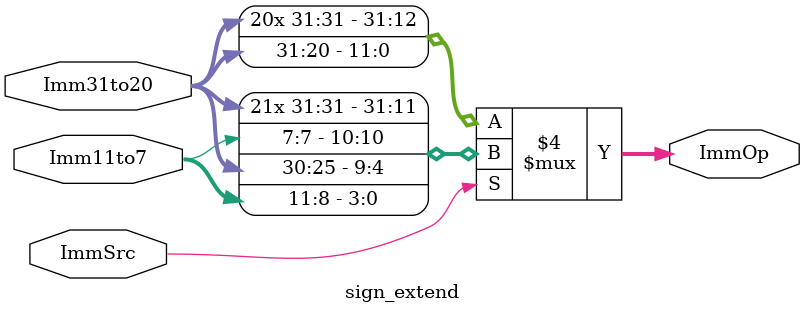
<source format=sv>
module sign_extend#(
    parameter DATA_WIDTH = 32
)(
    input logic                  ImmSrc,
    input logic  [31:20]         Imm31to20,
    input logic  [11:7]          Imm11to7,
    output logic [DATA_WIDTH-1:0]     ImmOp
);

always_comb begin
    if (ImmSrc == 0)
        ImmOp = {{20{Imm31to20[31]}}, Imm31to20};
    else 
        ImmOp = {{20{Imm31to20[31]}}, Imm31to20[31], Imm11to7[7], Imm31to20[30:25], Imm11to7[11:8]};
    end

endmodule

</source>
